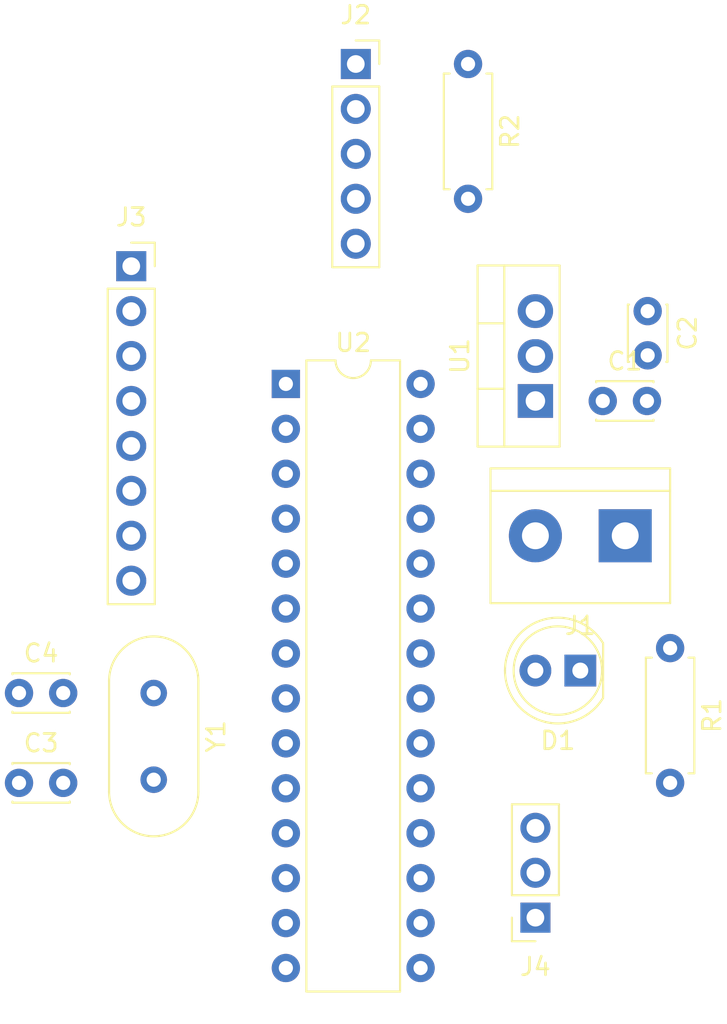
<source format=kicad_pcb>
(kicad_pcb (version 20171130) (host pcbnew 5.1.9+dfsg1-1)

  (general
    (thickness 1.6)
    (drawings 0)
    (tracks 0)
    (zones 0)
    (modules 14)
    (nets 31)
  )

  (page A4)
  (layers
    (0 F.Cu signal)
    (31 B.Cu signal)
    (32 B.Adhes user)
    (33 F.Adhes user)
    (34 B.Paste user)
    (35 F.Paste user)
    (36 B.SilkS user)
    (37 F.SilkS user)
    (38 B.Mask user)
    (39 F.Mask user)
    (40 Dwgs.User user)
    (41 Cmts.User user)
    (42 Eco1.User user)
    (43 Eco2.User user)
    (44 Edge.Cuts user)
    (45 Margin user)
    (46 B.CrtYd user)
    (47 F.CrtYd user)
    (48 B.Fab user)
    (49 F.Fab user)
  )

  (setup
    (last_trace_width 0.25)
    (trace_clearance 0.2)
    (zone_clearance 0.508)
    (zone_45_only no)
    (trace_min 0.2)
    (via_size 0.8)
    (via_drill 0.4)
    (via_min_size 0.4)
    (via_min_drill 0.3)
    (uvia_size 0.3)
    (uvia_drill 0.1)
    (uvias_allowed no)
    (uvia_min_size 0.2)
    (uvia_min_drill 0.1)
    (edge_width 1)
    (segment_width 0.2)
    (pcb_text_width 0.3)
    (pcb_text_size 1.5 1.5)
    (mod_edge_width 0.12)
    (mod_text_size 1 1)
    (mod_text_width 0.15)
    (pad_size 1.524 1.524)
    (pad_drill 0.762)
    (pad_to_mask_clearance 0)
    (aux_axis_origin 0 0)
    (visible_elements FFFFFF7F)
    (pcbplotparams
      (layerselection 0x010fc_ffffffff)
      (usegerberextensions false)
      (usegerberattributes true)
      (usegerberadvancedattributes true)
      (creategerberjobfile true)
      (excludeedgelayer true)
      (linewidth 0.100000)
      (plotframeref false)
      (viasonmask false)
      (mode 1)
      (useauxorigin false)
      (hpglpennumber 1)
      (hpglpenspeed 20)
      (hpglpendiameter 15.000000)
      (psnegative false)
      (psa4output false)
      (plotreference true)
      (plotvalue true)
      (plotinvisibletext false)
      (padsonsilk false)
      (subtractmaskfromsilk false)
      (outputformat 1)
      (mirror false)
      (drillshape 1)
      (scaleselection 1)
      (outputdirectory ""))
  )

  (net 0 "")
  (net 1 "Net-(C1-Pad2)")
  (net 2 "Net-(C1-Pad1)")
  (net 3 +5V)
  (net 4 GND)
  (net 5 "Net-(C3-Pad2)")
  (net 6 "Net-(C4-Pad2)")
  (net 7 "Net-(D1-Pad1)")
  (net 8 "Net-(J2-Pad1)")
  (net 9 "Net-(J2-Pad4)")
  (net 10 "Net-(J2-Pad5)")
  (net 11 Refrigerador)
  (net 12 VentiladorPWM)
  (net 13 Calefactor)
  (net 14 TemperaturaInterior)
  (net 15 TemperaturaExterior)
  (net 16 Humedad)
  (net 17 Luminosidad)
  (net 18 Potenciometro)
  (net 19 "Net-(J4-Pad1)")
  (net 20 "Net-(J4-Pad2)")
  (net 21 "Net-(U2-Pad15)")
  (net 22 "Net-(U2-Pad16)")
  (net 23 "Net-(U2-Pad6)")
  (net 24 "Net-(U2-Pad21)")
  (net 25 "Net-(U2-Pad22)")
  (net 26 "Net-(U2-Pad23)")
  (net 27 "Net-(U2-Pad24)")
  (net 28 "Net-(U2-Pad25)")
  (net 29 "Net-(U2-Pad26)")
  (net 30 "Net-(U2-Pad14)")

  (net_class Default "This is the default net class."
    (clearance 0.2)
    (trace_width 0.25)
    (via_dia 0.8)
    (via_drill 0.4)
    (uvia_dia 0.3)
    (uvia_drill 0.1)
    (add_net +5V)
    (add_net Calefactor)
    (add_net GND)
    (add_net Humedad)
    (add_net Luminosidad)
    (add_net "Net-(C1-Pad1)")
    (add_net "Net-(C1-Pad2)")
    (add_net "Net-(C3-Pad2)")
    (add_net "Net-(C4-Pad2)")
    (add_net "Net-(D1-Pad1)")
    (add_net "Net-(J2-Pad1)")
    (add_net "Net-(J2-Pad4)")
    (add_net "Net-(J2-Pad5)")
    (add_net "Net-(J4-Pad1)")
    (add_net "Net-(J4-Pad2)")
    (add_net "Net-(U2-Pad14)")
    (add_net "Net-(U2-Pad15)")
    (add_net "Net-(U2-Pad16)")
    (add_net "Net-(U2-Pad21)")
    (add_net "Net-(U2-Pad22)")
    (add_net "Net-(U2-Pad23)")
    (add_net "Net-(U2-Pad24)")
    (add_net "Net-(U2-Pad25)")
    (add_net "Net-(U2-Pad26)")
    (add_net "Net-(U2-Pad6)")
    (add_net Potenciometro)
    (add_net Refrigerador)
    (add_net TemperaturaExterior)
    (add_net TemperaturaInterior)
    (add_net VentiladorPWM)
  )

  (net_class Power ""
    (clearance 0.2)
    (trace_width 0.8)
    (via_dia 0.8)
    (via_drill 0.4)
    (uvia_dia 0.3)
    (uvia_drill 0.1)
  )

  (net_class Signal ""
    (clearance 0.2)
    (trace_width 0.6)
    (via_dia 0.8)
    (via_drill 0.4)
    (uvia_dia 0.3)
    (uvia_drill 0.1)
  )

  (module TerminalBlock:TerminalBlock_bornier-2_P5.08mm (layer F.Cu) (tedit 59FF03AB) (tstamp 6181B261)
    (at 95.25 73.66 180)
    (descr "simple 2-pin terminal block, pitch 5.08mm, revamped version of bornier2")
    (tags "terminal block bornier2")
    (path /6182AB35)
    (fp_text reference J1 (at 2.54 -5.08) (layer F.SilkS)
      (effects (font (size 1 1) (thickness 0.15)))
    )
    (fp_text value Conn_01x02 (at 2.54 5.08) (layer F.Fab)
      (effects (font (size 1 1) (thickness 0.15)))
    )
    (fp_line (start 7.79 4) (end -2.71 4) (layer F.CrtYd) (width 0.05))
    (fp_line (start 7.79 4) (end 7.79 -4) (layer F.CrtYd) (width 0.05))
    (fp_line (start -2.71 -4) (end -2.71 4) (layer F.CrtYd) (width 0.05))
    (fp_line (start -2.71 -4) (end 7.79 -4) (layer F.CrtYd) (width 0.05))
    (fp_line (start -2.54 3.81) (end 7.62 3.81) (layer F.SilkS) (width 0.12))
    (fp_line (start -2.54 -3.81) (end -2.54 3.81) (layer F.SilkS) (width 0.12))
    (fp_line (start 7.62 -3.81) (end -2.54 -3.81) (layer F.SilkS) (width 0.12))
    (fp_line (start 7.62 3.81) (end 7.62 -3.81) (layer F.SilkS) (width 0.12))
    (fp_line (start 7.62 2.54) (end -2.54 2.54) (layer F.SilkS) (width 0.12))
    (fp_line (start 7.54 -3.75) (end -2.46 -3.75) (layer F.Fab) (width 0.1))
    (fp_line (start 7.54 3.75) (end 7.54 -3.75) (layer F.Fab) (width 0.1))
    (fp_line (start -2.46 3.75) (end 7.54 3.75) (layer F.Fab) (width 0.1))
    (fp_line (start -2.46 -3.75) (end -2.46 3.75) (layer F.Fab) (width 0.1))
    (fp_line (start -2.41 2.55) (end 7.49 2.55) (layer F.Fab) (width 0.1))
    (fp_text user %R (at 2.54 0) (layer F.Fab)
      (effects (font (size 1 1) (thickness 0.15)))
    )
    (pad 1 thru_hole rect (at 0 0 180) (size 3 3) (drill 1.52) (layers *.Cu *.Mask)
      (net 1 "Net-(C1-Pad2)"))
    (pad 2 thru_hole circle (at 5.08 0 180) (size 3 3) (drill 1.52) (layers *.Cu *.Mask)
      (net 2 "Net-(C1-Pad1)"))
    (model ${KISYS3DMOD}/TerminalBlock.3dshapes/TerminalBlock_bornier-2_P5.08mm.wrl
      (offset (xyz 2.539999961853027 0 0))
      (scale (xyz 1 1 1))
      (rotate (xyz 0 0 0))
    )
  )

  (module Capacitor_THT:C_Disc_D3.0mm_W2.0mm_P2.50mm (layer F.Cu) (tedit 5AE50EF0) (tstamp 6181B23A)
    (at 60.96 82.55)
    (descr "C, Disc series, Radial, pin pitch=2.50mm, , diameter*width=3*2mm^2, Capacitor")
    (tags "C Disc series Radial pin pitch 2.50mm  diameter 3mm width 2mm Capacitor")
    (path /618480F7)
    (fp_text reference C4 (at 1.25 -2.25) (layer F.SilkS)
      (effects (font (size 1 1) (thickness 0.15)))
    )
    (fp_text value C (at 1.25 2.25) (layer F.Fab)
      (effects (font (size 1 1) (thickness 0.15)))
    )
    (fp_text user %R (at -0.04 2.54) (layer F.Fab)
      (effects (font (size 0.6 0.6) (thickness 0.09)))
    )
    (fp_line (start -0.25 -1) (end -0.25 1) (layer F.Fab) (width 0.1))
    (fp_line (start -0.25 1) (end 2.75 1) (layer F.Fab) (width 0.1))
    (fp_line (start 2.75 1) (end 2.75 -1) (layer F.Fab) (width 0.1))
    (fp_line (start 2.75 -1) (end -0.25 -1) (layer F.Fab) (width 0.1))
    (fp_line (start -0.37 -1.12) (end 2.87 -1.12) (layer F.SilkS) (width 0.12))
    (fp_line (start -0.37 1.12) (end 2.87 1.12) (layer F.SilkS) (width 0.12))
    (fp_line (start -0.37 -1.12) (end -0.37 -1.055) (layer F.SilkS) (width 0.12))
    (fp_line (start -0.37 1.055) (end -0.37 1.12) (layer F.SilkS) (width 0.12))
    (fp_line (start 2.87 -1.12) (end 2.87 -1.055) (layer F.SilkS) (width 0.12))
    (fp_line (start 2.87 1.055) (end 2.87 1.12) (layer F.SilkS) (width 0.12))
    (fp_line (start -1.05 -1.25) (end -1.05 1.25) (layer F.CrtYd) (width 0.05))
    (fp_line (start -1.05 1.25) (end 3.55 1.25) (layer F.CrtYd) (width 0.05))
    (fp_line (start 3.55 1.25) (end 3.55 -1.25) (layer F.CrtYd) (width 0.05))
    (fp_line (start 3.55 -1.25) (end -1.05 -1.25) (layer F.CrtYd) (width 0.05))
    (pad 2 thru_hole circle (at 2.5 0) (size 1.6 1.6) (drill 0.8) (layers *.Cu *.Mask)
      (net 6 "Net-(C4-Pad2)"))
    (pad 1 thru_hole circle (at 0 0) (size 1.6 1.6) (drill 0.8) (layers *.Cu *.Mask)
      (net 4 GND))
    (model ${KISYS3DMOD}/Capacitor_THT.3dshapes/C_Disc_D3.0mm_W2.0mm_P2.50mm.wrl
      (at (xyz 0 0 0))
      (scale (xyz 1 1 1))
      (rotate (xyz 0 0 0))
    )
  )

  (module Crystal:Crystal_HC18-U_Vertical (layer F.Cu) (tedit 5A1AD3B7) (tstamp 6181B33C)
    (at 68.58 82.55 270)
    (descr "Crystal THT HC-18/U, http://5hertz.com/pdfs/04404_D.pdf")
    (tags "THT crystalHC-18/U")
    (path /61843ED1)
    (fp_text reference Y1 (at 2.45 -3.525 90) (layer F.SilkS)
      (effects (font (size 1 1) (thickness 0.15)))
    )
    (fp_text value Crystal (at 2.45 3.525 90) (layer F.Fab)
      (effects (font (size 1 1) (thickness 0.15)))
    )
    (fp_line (start 8.4 -2.8) (end -3.5 -2.8) (layer F.CrtYd) (width 0.05))
    (fp_line (start 8.4 2.8) (end 8.4 -2.8) (layer F.CrtYd) (width 0.05))
    (fp_line (start -3.5 2.8) (end 8.4 2.8) (layer F.CrtYd) (width 0.05))
    (fp_line (start -3.5 -2.8) (end -3.5 2.8) (layer F.CrtYd) (width 0.05))
    (fp_line (start -0.675 2.525) (end 5.575 2.525) (layer F.SilkS) (width 0.12))
    (fp_line (start -0.675 -2.525) (end 5.575 -2.525) (layer F.SilkS) (width 0.12))
    (fp_line (start -0.55 2) (end 5.45 2) (layer F.Fab) (width 0.1))
    (fp_line (start -0.55 -2) (end 5.45 -2) (layer F.Fab) (width 0.1))
    (fp_line (start -0.675 2.325) (end 5.575 2.325) (layer F.Fab) (width 0.1))
    (fp_line (start -0.675 -2.325) (end 5.575 -2.325) (layer F.Fab) (width 0.1))
    (fp_text user %R (at 2.45 0 90) (layer F.Fab)
      (effects (font (size 1 1) (thickness 0.15)))
    )
    (fp_arc (start -0.675 0) (end -0.675 -2.325) (angle -180) (layer F.Fab) (width 0.1))
    (fp_arc (start 5.575 0) (end 5.575 -2.325) (angle 180) (layer F.Fab) (width 0.1))
    (fp_arc (start -0.55 0) (end -0.55 -2) (angle -180) (layer F.Fab) (width 0.1))
    (fp_arc (start 5.45 0) (end 5.45 -2) (angle 180) (layer F.Fab) (width 0.1))
    (fp_arc (start -0.675 0) (end -0.675 -2.525) (angle -180) (layer F.SilkS) (width 0.12))
    (fp_arc (start 5.575 0) (end 5.575 -2.525) (angle 180) (layer F.SilkS) (width 0.12))
    (pad 1 thru_hole circle (at 0 0 270) (size 1.5 1.5) (drill 0.8) (layers *.Cu *.Mask)
      (net 6 "Net-(C4-Pad2)"))
    (pad 2 thru_hole circle (at 4.9 0 270) (size 1.5 1.5) (drill 0.8) (layers *.Cu *.Mask)
      (net 5 "Net-(C3-Pad2)"))
    (model ${KISYS3DMOD}/Crystal.3dshapes/Crystal_HC18-U_Vertical.wrl
      (at (xyz 0 0 0))
      (scale (xyz 1 1 1))
      (rotate (xyz 0 0 0))
    )
  )

  (module Capacitor_THT:C_Disc_D3.0mm_W2.0mm_P2.50mm (layer F.Cu) (tedit 5AE50EF0) (tstamp 6181B1FB)
    (at 93.98 66.04)
    (descr "C, Disc series, Radial, pin pitch=2.50mm, , diameter*width=3*2mm^2, Capacitor")
    (tags "C Disc series Radial pin pitch 2.50mm  diameter 3mm width 2mm Capacitor")
    (path /6181A78B)
    (fp_text reference C1 (at 1.25 -2.25) (layer F.SilkS)
      (effects (font (size 1 1) (thickness 0.15)))
    )
    (fp_text value "0.33 uF" (at 1.25 2.25) (layer F.Fab)
      (effects (font (size 1 1) (thickness 0.15)))
    )
    (fp_text user %R (at 1.25 0 270) (layer F.Fab)
      (effects (font (size 0.6 0.6) (thickness 0.09)))
    )
    (fp_line (start -0.25 -1) (end -0.25 1) (layer F.Fab) (width 0.1))
    (fp_line (start -0.25 1) (end 2.75 1) (layer F.Fab) (width 0.1))
    (fp_line (start 2.75 1) (end 2.75 -1) (layer F.Fab) (width 0.1))
    (fp_line (start 2.75 -1) (end -0.25 -1) (layer F.Fab) (width 0.1))
    (fp_line (start -0.37 -1.12) (end 2.87 -1.12) (layer F.SilkS) (width 0.12))
    (fp_line (start -0.37 1.12) (end 2.87 1.12) (layer F.SilkS) (width 0.12))
    (fp_line (start -0.37 -1.12) (end -0.37 -1.055) (layer F.SilkS) (width 0.12))
    (fp_line (start -0.37 1.055) (end -0.37 1.12) (layer F.SilkS) (width 0.12))
    (fp_line (start 2.87 -1.12) (end 2.87 -1.055) (layer F.SilkS) (width 0.12))
    (fp_line (start 2.87 1.055) (end 2.87 1.12) (layer F.SilkS) (width 0.12))
    (fp_line (start -1.05 -1.25) (end -1.05 1.25) (layer F.CrtYd) (width 0.05))
    (fp_line (start -1.05 1.25) (end 3.55 1.25) (layer F.CrtYd) (width 0.05))
    (fp_line (start 3.55 1.25) (end 3.55 -1.25) (layer F.CrtYd) (width 0.05))
    (fp_line (start 3.55 -1.25) (end -1.05 -1.25) (layer F.CrtYd) (width 0.05))
    (pad 2 thru_hole circle (at 2.5 0) (size 1.6 1.6) (drill 0.8) (layers *.Cu *.Mask)
      (net 1 "Net-(C1-Pad2)"))
    (pad 1 thru_hole circle (at 0 0) (size 1.6 1.6) (drill 0.8) (layers *.Cu *.Mask)
      (net 2 "Net-(C1-Pad1)"))
    (model ${KISYS3DMOD}/Capacitor_THT.3dshapes/C_Disc_D3.0mm_W2.0mm_P2.50mm.wrl
      (at (xyz 0 0 0))
      (scale (xyz 1 1 1))
      (rotate (xyz 0 0 0))
    )
  )

  (module Package_TO_SOT_THT:TO-220-3_Vertical (layer F.Cu) (tedit 5AC8BA0D) (tstamp 6181B2F5)
    (at 90.17 66.04 90)
    (descr "TO-220-3, Vertical, RM 2.54mm, see https://www.vishay.com/docs/66542/to-220-1.pdf")
    (tags "TO-220-3 Vertical RM 2.54mm")
    (path /61816EC8)
    (fp_text reference U1 (at 2.54 -4.27 90) (layer F.SilkS)
      (effects (font (size 1 1) (thickness 0.15)))
    )
    (fp_text value LM7805_TO220 (at 2.54 2.5 90) (layer F.Fab)
      (effects (font (size 1 1) (thickness 0.15)))
    )
    (fp_line (start 7.79 -3.4) (end -2.71 -3.4) (layer F.CrtYd) (width 0.05))
    (fp_line (start 7.79 1.51) (end 7.79 -3.4) (layer F.CrtYd) (width 0.05))
    (fp_line (start -2.71 1.51) (end 7.79 1.51) (layer F.CrtYd) (width 0.05))
    (fp_line (start -2.71 -3.4) (end -2.71 1.51) (layer F.CrtYd) (width 0.05))
    (fp_line (start 4.391 -3.27) (end 4.391 -1.76) (layer F.SilkS) (width 0.12))
    (fp_line (start 0.69 -3.27) (end 0.69 -1.76) (layer F.SilkS) (width 0.12))
    (fp_line (start -2.58 -1.76) (end 7.66 -1.76) (layer F.SilkS) (width 0.12))
    (fp_line (start 7.66 -3.27) (end 7.66 1.371) (layer F.SilkS) (width 0.12))
    (fp_line (start -2.58 -3.27) (end -2.58 1.371) (layer F.SilkS) (width 0.12))
    (fp_line (start -2.58 1.371) (end 7.66 1.371) (layer F.SilkS) (width 0.12))
    (fp_line (start -2.58 -3.27) (end 7.66 -3.27) (layer F.SilkS) (width 0.12))
    (fp_line (start 4.39 -3.15) (end 4.39 -1.88) (layer F.Fab) (width 0.1))
    (fp_line (start 0.69 -3.15) (end 0.69 -1.88) (layer F.Fab) (width 0.1))
    (fp_line (start -2.46 -1.88) (end 7.54 -1.88) (layer F.Fab) (width 0.1))
    (fp_line (start 7.54 -3.15) (end -2.46 -3.15) (layer F.Fab) (width 0.1))
    (fp_line (start 7.54 1.25) (end 7.54 -3.15) (layer F.Fab) (width 0.1))
    (fp_line (start -2.46 1.25) (end 7.54 1.25) (layer F.Fab) (width 0.1))
    (fp_line (start -2.46 -3.15) (end -2.46 1.25) (layer F.Fab) (width 0.1))
    (fp_text user %R (at 2.54 -4.27 90) (layer F.Fab)
      (effects (font (size 1 1) (thickness 0.15)))
    )
    (pad 1 thru_hole rect (at 0 0 90) (size 1.905 2) (drill 1.1) (layers *.Cu *.Mask)
      (net 2 "Net-(C1-Pad1)"))
    (pad 2 thru_hole oval (at 2.54 0 90) (size 1.905 2) (drill 1.1) (layers *.Cu *.Mask)
      (net 1 "Net-(C1-Pad2)"))
    (pad 3 thru_hole oval (at 5.08 0 90) (size 1.905 2) (drill 1.1) (layers *.Cu *.Mask)
      (net 3 +5V))
    (model ${KISYS3DMOD}/Package_TO_SOT_THT.3dshapes/TO-220-3_Vertical.wrl
      (at (xyz 0 0 0))
      (scale (xyz 1 1 1))
      (rotate (xyz 0 0 0))
    )
  )

  (module Package_DIP:DIP-28_W7.62mm (layer F.Cu) (tedit 5A02E8C5) (tstamp 6181B325)
    (at 76.055001 65.075001)
    (descr "28-lead though-hole mounted DIP package, row spacing 7.62 mm (300 mils)")
    (tags "THT DIP DIL PDIP 2.54mm 7.62mm 300mil")
    (path /618165A4)
    (fp_text reference U2 (at 3.81 -2.33) (layer F.SilkS)
      (effects (font (size 1 1) (thickness 0.15)))
    )
    (fp_text value PIC16F886-IP (at 3.81 35.35) (layer F.Fab)
      (effects (font (size 1 1) (thickness 0.15)))
    )
    (fp_line (start 8.7 -1.55) (end -1.1 -1.55) (layer F.CrtYd) (width 0.05))
    (fp_line (start 8.7 34.55) (end 8.7 -1.55) (layer F.CrtYd) (width 0.05))
    (fp_line (start -1.1 34.55) (end 8.7 34.55) (layer F.CrtYd) (width 0.05))
    (fp_line (start -1.1 -1.55) (end -1.1 34.55) (layer F.CrtYd) (width 0.05))
    (fp_line (start 6.46 -1.33) (end 4.81 -1.33) (layer F.SilkS) (width 0.12))
    (fp_line (start 6.46 34.35) (end 6.46 -1.33) (layer F.SilkS) (width 0.12))
    (fp_line (start 1.16 34.35) (end 6.46 34.35) (layer F.SilkS) (width 0.12))
    (fp_line (start 1.16 -1.33) (end 1.16 34.35) (layer F.SilkS) (width 0.12))
    (fp_line (start 2.81 -1.33) (end 1.16 -1.33) (layer F.SilkS) (width 0.12))
    (fp_line (start 0.635 -0.27) (end 1.635 -1.27) (layer F.Fab) (width 0.1))
    (fp_line (start 0.635 34.29) (end 0.635 -0.27) (layer F.Fab) (width 0.1))
    (fp_line (start 6.985 34.29) (end 0.635 34.29) (layer F.Fab) (width 0.1))
    (fp_line (start 6.985 -1.27) (end 6.985 34.29) (layer F.Fab) (width 0.1))
    (fp_line (start 1.635 -1.27) (end 6.985 -1.27) (layer F.Fab) (width 0.1))
    (fp_arc (start 3.81 -1.33) (end 2.81 -1.33) (angle -180) (layer F.SilkS) (width 0.12))
    (fp_text user %R (at 3.81 16.51) (layer F.Fab)
      (effects (font (size 1 1) (thickness 0.15)))
    )
    (pad 1 thru_hole rect (at 0 0) (size 1.6 1.6) (drill 0.8) (layers *.Cu *.Mask)
      (net 8 "Net-(J2-Pad1)"))
    (pad 15 thru_hole oval (at 7.62 33.02) (size 1.6 1.6) (drill 0.8) (layers *.Cu *.Mask)
      (net 21 "Net-(U2-Pad15)"))
    (pad 2 thru_hole oval (at 0 2.54) (size 1.6 1.6) (drill 0.8) (layers *.Cu *.Mask)
      (net 14 TemperaturaInterior))
    (pad 16 thru_hole oval (at 7.62 30.48) (size 1.6 1.6) (drill 0.8) (layers *.Cu *.Mask)
      (net 22 "Net-(U2-Pad16)"))
    (pad 3 thru_hole oval (at 0 5.08) (size 1.6 1.6) (drill 0.8) (layers *.Cu *.Mask)
      (net 15 TemperaturaExterior))
    (pad 17 thru_hole oval (at 7.62 27.94) (size 1.6 1.6) (drill 0.8) (layers *.Cu *.Mask)
      (net 20 "Net-(J4-Pad2)"))
    (pad 4 thru_hole oval (at 0 7.62) (size 1.6 1.6) (drill 0.8) (layers *.Cu *.Mask)
      (net 16 Humedad))
    (pad 18 thru_hole oval (at 7.62 25.4) (size 1.6 1.6) (drill 0.8) (layers *.Cu *.Mask)
      (net 19 "Net-(J4-Pad1)"))
    (pad 5 thru_hole oval (at 0 10.16) (size 1.6 1.6) (drill 0.8) (layers *.Cu *.Mask)
      (net 17 Luminosidad))
    (pad 19 thru_hole oval (at 7.62 22.86) (size 1.6 1.6) (drill 0.8) (layers *.Cu *.Mask)
      (net 4 GND))
    (pad 6 thru_hole oval (at 0 12.7) (size 1.6 1.6) (drill 0.8) (layers *.Cu *.Mask)
      (net 23 "Net-(U2-Pad6)"))
    (pad 20 thru_hole oval (at 7.62 20.32) (size 1.6 1.6) (drill 0.8) (layers *.Cu *.Mask)
      (net 3 +5V))
    (pad 7 thru_hole oval (at 0 15.24) (size 1.6 1.6) (drill 0.8) (layers *.Cu *.Mask)
      (net 18 Potenciometro))
    (pad 21 thru_hole oval (at 7.62 17.78) (size 1.6 1.6) (drill 0.8) (layers *.Cu *.Mask)
      (net 24 "Net-(U2-Pad21)"))
    (pad 8 thru_hole oval (at 0 17.78) (size 1.6 1.6) (drill 0.8) (layers *.Cu *.Mask)
      (net 4 GND))
    (pad 22 thru_hole oval (at 7.62 15.24) (size 1.6 1.6) (drill 0.8) (layers *.Cu *.Mask)
      (net 25 "Net-(U2-Pad22)"))
    (pad 9 thru_hole oval (at 0 20.32) (size 1.6 1.6) (drill 0.8) (layers *.Cu *.Mask)
      (net 6 "Net-(C4-Pad2)"))
    (pad 23 thru_hole oval (at 7.62 12.7) (size 1.6 1.6) (drill 0.8) (layers *.Cu *.Mask)
      (net 26 "Net-(U2-Pad23)"))
    (pad 10 thru_hole oval (at 0 22.86) (size 1.6 1.6) (drill 0.8) (layers *.Cu *.Mask)
      (net 5 "Net-(C3-Pad2)"))
    (pad 24 thru_hole oval (at 7.62 10.16) (size 1.6 1.6) (drill 0.8) (layers *.Cu *.Mask)
      (net 27 "Net-(U2-Pad24)"))
    (pad 11 thru_hole oval (at 0 25.4) (size 1.6 1.6) (drill 0.8) (layers *.Cu *.Mask)
      (net 11 Refrigerador))
    (pad 25 thru_hole oval (at 7.62 7.62) (size 1.6 1.6) (drill 0.8) (layers *.Cu *.Mask)
      (net 28 "Net-(U2-Pad25)"))
    (pad 12 thru_hole oval (at 0 27.94) (size 1.6 1.6) (drill 0.8) (layers *.Cu *.Mask)
      (net 13 Calefactor))
    (pad 26 thru_hole oval (at 7.62 5.08) (size 1.6 1.6) (drill 0.8) (layers *.Cu *.Mask)
      (net 29 "Net-(U2-Pad26)"))
    (pad 13 thru_hole oval (at 0 30.48) (size 1.6 1.6) (drill 0.8) (layers *.Cu *.Mask)
      (net 12 VentiladorPWM))
    (pad 27 thru_hole oval (at 7.62 2.54) (size 1.6 1.6) (drill 0.8) (layers *.Cu *.Mask)
      (net 10 "Net-(J2-Pad5)"))
    (pad 14 thru_hole oval (at 0 33.02) (size 1.6 1.6) (drill 0.8) (layers *.Cu *.Mask)
      (net 30 "Net-(U2-Pad14)"))
    (pad 28 thru_hole oval (at 7.62 0) (size 1.6 1.6) (drill 0.8) (layers *.Cu *.Mask)
      (net 9 "Net-(J2-Pad4)"))
    (model ${KISYS3DMOD}/Package_DIP.3dshapes/DIP-28_W7.62mm.wrl
      (at (xyz 0 0 0))
      (scale (xyz 1 1 1))
      (rotate (xyz 0 0 0))
    )
  )

  (module Connector_PinSocket_2.54mm:PinSocket_1x03_P2.54mm_Vertical (layer F.Cu) (tedit 5A19A429) (tstamp 6181B2AD)
    (at 90.17 95.25 180)
    (descr "Through hole straight socket strip, 1x03, 2.54mm pitch, single row (from Kicad 4.0.7), script generated")
    (tags "Through hole socket strip THT 1x03 2.54mm single row")
    (path /618A1CE8)
    (fp_text reference J4 (at 0 -2.77) (layer F.SilkS)
      (effects (font (size 1 1) (thickness 0.15)))
    )
    (fp_text value Conn_01x03 (at 0 7.85) (layer F.Fab)
      (effects (font (size 1 1) (thickness 0.15)))
    )
    (fp_line (start -1.8 6.85) (end -1.8 -1.8) (layer F.CrtYd) (width 0.05))
    (fp_line (start 1.75 6.85) (end -1.8 6.85) (layer F.CrtYd) (width 0.05))
    (fp_line (start 1.75 -1.8) (end 1.75 6.85) (layer F.CrtYd) (width 0.05))
    (fp_line (start -1.8 -1.8) (end 1.75 -1.8) (layer F.CrtYd) (width 0.05))
    (fp_line (start 0 -1.33) (end 1.33 -1.33) (layer F.SilkS) (width 0.12))
    (fp_line (start 1.33 -1.33) (end 1.33 0) (layer F.SilkS) (width 0.12))
    (fp_line (start 1.33 1.27) (end 1.33 6.41) (layer F.SilkS) (width 0.12))
    (fp_line (start -1.33 6.41) (end 1.33 6.41) (layer F.SilkS) (width 0.12))
    (fp_line (start -1.33 1.27) (end -1.33 6.41) (layer F.SilkS) (width 0.12))
    (fp_line (start -1.33 1.27) (end 1.33 1.27) (layer F.SilkS) (width 0.12))
    (fp_line (start -1.27 6.35) (end -1.27 -1.27) (layer F.Fab) (width 0.1))
    (fp_line (start 1.27 6.35) (end -1.27 6.35) (layer F.Fab) (width 0.1))
    (fp_line (start 1.27 -0.635) (end 1.27 6.35) (layer F.Fab) (width 0.1))
    (fp_line (start 0.635 -1.27) (end 1.27 -0.635) (layer F.Fab) (width 0.1))
    (fp_line (start -1.27 -1.27) (end 0.635 -1.27) (layer F.Fab) (width 0.1))
    (fp_text user %R (at 0 2.54 90) (layer F.Fab)
      (effects (font (size 1 1) (thickness 0.15)))
    )
    (pad 1 thru_hole rect (at 0 0 180) (size 1.7 1.7) (drill 1) (layers *.Cu *.Mask)
      (net 19 "Net-(J4-Pad1)"))
    (pad 2 thru_hole oval (at 0 2.54 180) (size 1.7 1.7) (drill 1) (layers *.Cu *.Mask)
      (net 20 "Net-(J4-Pad2)"))
    (pad 3 thru_hole oval (at 0 5.08 180) (size 1.7 1.7) (drill 1) (layers *.Cu *.Mask)
      (net 4 GND))
    (model ${KISYS3DMOD}/Connector_PinSocket_2.54mm.3dshapes/PinSocket_1x03_P2.54mm_Vertical.wrl
      (at (xyz 0 0 0))
      (scale (xyz 1 1 1))
      (rotate (xyz 0 0 0))
    )
  )

  (module Resistor_THT:R_Axial_DIN0207_L6.3mm_D2.5mm_P7.62mm_Horizontal (layer F.Cu) (tedit 5AE5139B) (tstamp 6181B2C4)
    (at 97.79 80.01 270)
    (descr "Resistor, Axial_DIN0207 series, Axial, Horizontal, pin pitch=7.62mm, 0.25W = 1/4W, length*diameter=6.3*2.5mm^2, http://cdn-reichelt.de/documents/datenblatt/B400/1_4W%23YAG.pdf")
    (tags "Resistor Axial_DIN0207 series Axial Horizontal pin pitch 7.62mm 0.25W = 1/4W length 6.3mm diameter 2.5mm")
    (path /6182FFBD)
    (fp_text reference R1 (at 3.81 -2.37 90) (layer F.SilkS)
      (effects (font (size 1 1) (thickness 0.15)))
    )
    (fp_text value 1K (at 3.81 2.37 90) (layer F.Fab)
      (effects (font (size 1 1) (thickness 0.15)))
    )
    (fp_line (start 8.67 -1.5) (end -1.05 -1.5) (layer F.CrtYd) (width 0.05))
    (fp_line (start 8.67 1.5) (end 8.67 -1.5) (layer F.CrtYd) (width 0.05))
    (fp_line (start -1.05 1.5) (end 8.67 1.5) (layer F.CrtYd) (width 0.05))
    (fp_line (start -1.05 -1.5) (end -1.05 1.5) (layer F.CrtYd) (width 0.05))
    (fp_line (start 7.08 1.37) (end 7.08 1.04) (layer F.SilkS) (width 0.12))
    (fp_line (start 0.54 1.37) (end 7.08 1.37) (layer F.SilkS) (width 0.12))
    (fp_line (start 0.54 1.04) (end 0.54 1.37) (layer F.SilkS) (width 0.12))
    (fp_line (start 7.08 -1.37) (end 7.08 -1.04) (layer F.SilkS) (width 0.12))
    (fp_line (start 0.54 -1.37) (end 7.08 -1.37) (layer F.SilkS) (width 0.12))
    (fp_line (start 0.54 -1.04) (end 0.54 -1.37) (layer F.SilkS) (width 0.12))
    (fp_line (start 7.62 0) (end 6.96 0) (layer F.Fab) (width 0.1))
    (fp_line (start 0 0) (end 0.66 0) (layer F.Fab) (width 0.1))
    (fp_line (start 6.96 -1.25) (end 0.66 -1.25) (layer F.Fab) (width 0.1))
    (fp_line (start 6.96 1.25) (end 6.96 -1.25) (layer F.Fab) (width 0.1))
    (fp_line (start 0.66 1.25) (end 6.96 1.25) (layer F.Fab) (width 0.1))
    (fp_line (start 0.66 -1.25) (end 0.66 1.25) (layer F.Fab) (width 0.1))
    (fp_text user %R (at 3.81 0 90) (layer F.Fab)
      (effects (font (size 1 1) (thickness 0.15)))
    )
    (pad 1 thru_hole circle (at 0 0 270) (size 1.6 1.6) (drill 0.8) (layers *.Cu *.Mask)
      (net 7 "Net-(D1-Pad1)"))
    (pad 2 thru_hole oval (at 7.62 0 270) (size 1.6 1.6) (drill 0.8) (layers *.Cu *.Mask)
      (net 4 GND))
    (model ${KISYS3DMOD}/Resistor_THT.3dshapes/R_Axial_DIN0207_L6.3mm_D2.5mm_P7.62mm_Horizontal.wrl
      (at (xyz 0 0 0))
      (scale (xyz 1 1 1))
      (rotate (xyz 0 0 0))
    )
  )

  (module Capacitor_THT:C_Disc_D3.0mm_W2.0mm_P2.50mm (layer F.Cu) (tedit 5AE50EF0) (tstamp 6181B225)
    (at 60.96 87.63)
    (descr "C, Disc series, Radial, pin pitch=2.50mm, , diameter*width=3*2mm^2, Capacitor")
    (tags "C Disc series Radial pin pitch 2.50mm  diameter 3mm width 2mm Capacitor")
    (path /618471A5)
    (fp_text reference C3 (at 1.25 -2.25) (layer F.SilkS)
      (effects (font (size 1 1) (thickness 0.15)))
    )
    (fp_text value C (at 1.25 2.25) (layer F.Fab)
      (effects (font (size 1 1) (thickness 0.15)))
    )
    (fp_line (start 3.55 -1.25) (end -1.05 -1.25) (layer F.CrtYd) (width 0.05))
    (fp_line (start 3.55 1.25) (end 3.55 -1.25) (layer F.CrtYd) (width 0.05))
    (fp_line (start -1.05 1.25) (end 3.55 1.25) (layer F.CrtYd) (width 0.05))
    (fp_line (start -1.05 -1.25) (end -1.05 1.25) (layer F.CrtYd) (width 0.05))
    (fp_line (start 2.87 1.055) (end 2.87 1.12) (layer F.SilkS) (width 0.12))
    (fp_line (start 2.87 -1.12) (end 2.87 -1.055) (layer F.SilkS) (width 0.12))
    (fp_line (start -0.37 1.055) (end -0.37 1.12) (layer F.SilkS) (width 0.12))
    (fp_line (start -0.37 -1.12) (end -0.37 -1.055) (layer F.SilkS) (width 0.12))
    (fp_line (start -0.37 1.12) (end 2.87 1.12) (layer F.SilkS) (width 0.12))
    (fp_line (start -0.37 -1.12) (end 2.87 -1.12) (layer F.SilkS) (width 0.12))
    (fp_line (start 2.75 -1) (end -0.25 -1) (layer F.Fab) (width 0.1))
    (fp_line (start 2.75 1) (end 2.75 -1) (layer F.Fab) (width 0.1))
    (fp_line (start -0.25 1) (end 2.75 1) (layer F.Fab) (width 0.1))
    (fp_line (start -0.25 -1) (end -0.25 1) (layer F.Fab) (width 0.1))
    (fp_text user %R (at 1.25 0) (layer F.Fab)
      (effects (font (size 0.6 0.6) (thickness 0.09)))
    )
    (pad 1 thru_hole circle (at 0 0) (size 1.6 1.6) (drill 0.8) (layers *.Cu *.Mask)
      (net 4 GND))
    (pad 2 thru_hole circle (at 2.5 0) (size 1.6 1.6) (drill 0.8) (layers *.Cu *.Mask)
      (net 5 "Net-(C3-Pad2)"))
    (model ${KISYS3DMOD}/Capacitor_THT.3dshapes/C_Disc_D3.0mm_W2.0mm_P2.50mm.wrl
      (at (xyz 0 0 0))
      (scale (xyz 1 1 1))
      (rotate (xyz 0 0 0))
    )
  )

  (module Capacitor_THT:C_Disc_D3.0mm_W2.0mm_P2.50mm (layer F.Cu) (tedit 5AE50EF0) (tstamp 6181B210)
    (at 96.52 60.96 270)
    (descr "C, Disc series, Radial, pin pitch=2.50mm, , diameter*width=3*2mm^2, Capacitor")
    (tags "C Disc series Radial pin pitch 2.50mm  diameter 3mm width 2mm Capacitor")
    (path /6181982E)
    (fp_text reference C2 (at 1.25 -2.25 90) (layer F.SilkS)
      (effects (font (size 1 1) (thickness 0.15)))
    )
    (fp_text value "0.1 uF" (at 1.25 2.25 90) (layer F.Fab)
      (effects (font (size 1 1) (thickness 0.15)))
    )
    (fp_line (start 3.55 -1.25) (end -1.05 -1.25) (layer F.CrtYd) (width 0.05))
    (fp_line (start 3.55 1.25) (end 3.55 -1.25) (layer F.CrtYd) (width 0.05))
    (fp_line (start -1.05 1.25) (end 3.55 1.25) (layer F.CrtYd) (width 0.05))
    (fp_line (start -1.05 -1.25) (end -1.05 1.25) (layer F.CrtYd) (width 0.05))
    (fp_line (start 2.87 1.055) (end 2.87 1.12) (layer F.SilkS) (width 0.12))
    (fp_line (start 2.87 -1.12) (end 2.87 -1.055) (layer F.SilkS) (width 0.12))
    (fp_line (start -0.37 1.055) (end -0.37 1.12) (layer F.SilkS) (width 0.12))
    (fp_line (start -0.37 -1.12) (end -0.37 -1.055) (layer F.SilkS) (width 0.12))
    (fp_line (start -0.37 1.12) (end 2.87 1.12) (layer F.SilkS) (width 0.12))
    (fp_line (start -0.37 -1.12) (end 2.87 -1.12) (layer F.SilkS) (width 0.12))
    (fp_line (start 2.75 -1) (end -0.25 -1) (layer F.Fab) (width 0.1))
    (fp_line (start 2.75 1) (end 2.75 -1) (layer F.Fab) (width 0.1))
    (fp_line (start -0.25 1) (end 2.75 1) (layer F.Fab) (width 0.1))
    (fp_line (start -0.25 -1) (end -0.25 1) (layer F.Fab) (width 0.1))
    (fp_text user %R (at 1.25 0 90) (layer F.Fab)
      (effects (font (size 0.6 0.6) (thickness 0.09)))
    )
    (pad 1 thru_hole circle (at 0 0 270) (size 1.6 1.6) (drill 0.8) (layers *.Cu *.Mask)
      (net 3 +5V))
    (pad 2 thru_hole circle (at 2.5 0 270) (size 1.6 1.6) (drill 0.8) (layers *.Cu *.Mask)
      (net 1 "Net-(C1-Pad2)"))
    (model ${KISYS3DMOD}/Capacitor_THT.3dshapes/C_Disc_D3.0mm_W2.0mm_P2.50mm.wrl
      (at (xyz 0 0 0))
      (scale (xyz 1 1 1))
      (rotate (xyz 0 0 0))
    )
  )

  (module Resistor_THT:R_Axial_DIN0207_L6.3mm_D2.5mm_P7.62mm_Horizontal (layer F.Cu) (tedit 5AE5139B) (tstamp 6181B2DB)
    (at 86.36 46.99 270)
    (descr "Resistor, Axial_DIN0207 series, Axial, Horizontal, pin pitch=7.62mm, 0.25W = 1/4W, length*diameter=6.3*2.5mm^2, http://cdn-reichelt.de/documents/datenblatt/B400/1_4W%23YAG.pdf")
    (tags "Resistor Axial_DIN0207 series Axial Horizontal pin pitch 7.62mm 0.25W = 1/4W length 6.3mm diameter 2.5mm")
    (path /61851F50)
    (fp_text reference R2 (at 3.81 -2.37 90) (layer F.SilkS)
      (effects (font (size 1 1) (thickness 0.15)))
    )
    (fp_text value 5K (at 3.81 2.37 90) (layer F.Fab)
      (effects (font (size 1 1) (thickness 0.15)))
    )
    (fp_text user %R (at 3.81 0 90) (layer F.Fab)
      (effects (font (size 1 1) (thickness 0.15)))
    )
    (fp_line (start 0.66 -1.25) (end 0.66 1.25) (layer F.Fab) (width 0.1))
    (fp_line (start 0.66 1.25) (end 6.96 1.25) (layer F.Fab) (width 0.1))
    (fp_line (start 6.96 1.25) (end 6.96 -1.25) (layer F.Fab) (width 0.1))
    (fp_line (start 6.96 -1.25) (end 0.66 -1.25) (layer F.Fab) (width 0.1))
    (fp_line (start 0 0) (end 0.66 0) (layer F.Fab) (width 0.1))
    (fp_line (start 7.62 0) (end 6.96 0) (layer F.Fab) (width 0.1))
    (fp_line (start 0.54 -1.04) (end 0.54 -1.37) (layer F.SilkS) (width 0.12))
    (fp_line (start 0.54 -1.37) (end 7.08 -1.37) (layer F.SilkS) (width 0.12))
    (fp_line (start 7.08 -1.37) (end 7.08 -1.04) (layer F.SilkS) (width 0.12))
    (fp_line (start 0.54 1.04) (end 0.54 1.37) (layer F.SilkS) (width 0.12))
    (fp_line (start 0.54 1.37) (end 7.08 1.37) (layer F.SilkS) (width 0.12))
    (fp_line (start 7.08 1.37) (end 7.08 1.04) (layer F.SilkS) (width 0.12))
    (fp_line (start -1.05 -1.5) (end -1.05 1.5) (layer F.CrtYd) (width 0.05))
    (fp_line (start -1.05 1.5) (end 8.67 1.5) (layer F.CrtYd) (width 0.05))
    (fp_line (start 8.67 1.5) (end 8.67 -1.5) (layer F.CrtYd) (width 0.05))
    (fp_line (start 8.67 -1.5) (end -1.05 -1.5) (layer F.CrtYd) (width 0.05))
    (pad 2 thru_hole oval (at 7.62 0 270) (size 1.6 1.6) (drill 0.8) (layers *.Cu *.Mask)
      (net 3 +5V))
    (pad 1 thru_hole circle (at 0 0 270) (size 1.6 1.6) (drill 0.8) (layers *.Cu *.Mask)
      (net 8 "Net-(J2-Pad1)"))
    (model ${KISYS3DMOD}/Resistor_THT.3dshapes/R_Axial_DIN0207_L6.3mm_D2.5mm_P7.62mm_Horizontal.wrl
      (at (xyz 0 0 0))
      (scale (xyz 1 1 1))
      (rotate (xyz 0 0 0))
    )
  )

  (module Connector_PinSocket_2.54mm:PinSocket_1x08_P2.54mm_Vertical (layer F.Cu) (tedit 5A19A420) (tstamp 6181B296)
    (at 67.31 58.42)
    (descr "Through hole straight socket strip, 1x08, 2.54mm pitch, single row (from Kicad 4.0.7), script generated")
    (tags "Through hole socket strip THT 1x08 2.54mm single row")
    (path /6189088B)
    (fp_text reference J3 (at 0 -2.77) (layer F.SilkS)
      (effects (font (size 1 1) (thickness 0.15)))
    )
    (fp_text value Conn_01x08 (at 0 20.55) (layer F.Fab)
      (effects (font (size 1 1) (thickness 0.15)))
    )
    (fp_line (start -1.8 19.55) (end -1.8 -1.8) (layer F.CrtYd) (width 0.05))
    (fp_line (start 1.75 19.55) (end -1.8 19.55) (layer F.CrtYd) (width 0.05))
    (fp_line (start 1.75 -1.8) (end 1.75 19.55) (layer F.CrtYd) (width 0.05))
    (fp_line (start -1.8 -1.8) (end 1.75 -1.8) (layer F.CrtYd) (width 0.05))
    (fp_line (start 0 -1.33) (end 1.33 -1.33) (layer F.SilkS) (width 0.12))
    (fp_line (start 1.33 -1.33) (end 1.33 0) (layer F.SilkS) (width 0.12))
    (fp_line (start 1.33 1.27) (end 1.33 19.11) (layer F.SilkS) (width 0.12))
    (fp_line (start -1.33 19.11) (end 1.33 19.11) (layer F.SilkS) (width 0.12))
    (fp_line (start -1.33 1.27) (end -1.33 19.11) (layer F.SilkS) (width 0.12))
    (fp_line (start -1.33 1.27) (end 1.33 1.27) (layer F.SilkS) (width 0.12))
    (fp_line (start -1.27 19.05) (end -1.27 -1.27) (layer F.Fab) (width 0.1))
    (fp_line (start 1.27 19.05) (end -1.27 19.05) (layer F.Fab) (width 0.1))
    (fp_line (start 1.27 -0.635) (end 1.27 19.05) (layer F.Fab) (width 0.1))
    (fp_line (start 0.635 -1.27) (end 1.27 -0.635) (layer F.Fab) (width 0.1))
    (fp_line (start -1.27 -1.27) (end 0.635 -1.27) (layer F.Fab) (width 0.1))
    (fp_text user %R (at 0 8.89 90) (layer F.Fab)
      (effects (font (size 1 1) (thickness 0.15)))
    )
    (pad 1 thru_hole rect (at 0 0) (size 1.7 1.7) (drill 1) (layers *.Cu *.Mask)
      (net 11 Refrigerador))
    (pad 2 thru_hole oval (at 0 2.54) (size 1.7 1.7) (drill 1) (layers *.Cu *.Mask)
      (net 12 VentiladorPWM))
    (pad 3 thru_hole oval (at 0 5.08) (size 1.7 1.7) (drill 1) (layers *.Cu *.Mask)
      (net 13 Calefactor))
    (pad 4 thru_hole oval (at 0 7.62) (size 1.7 1.7) (drill 1) (layers *.Cu *.Mask)
      (net 14 TemperaturaInterior))
    (pad 5 thru_hole oval (at 0 10.16) (size 1.7 1.7) (drill 1) (layers *.Cu *.Mask)
      (net 15 TemperaturaExterior))
    (pad 6 thru_hole oval (at 0 12.7) (size 1.7 1.7) (drill 1) (layers *.Cu *.Mask)
      (net 16 Humedad))
    (pad 7 thru_hole oval (at 0 15.24) (size 1.7 1.7) (drill 1) (layers *.Cu *.Mask)
      (net 17 Luminosidad))
    (pad 8 thru_hole oval (at 0 17.78) (size 1.7 1.7) (drill 1) (layers *.Cu *.Mask)
      (net 18 Potenciometro))
    (model ${KISYS3DMOD}/Connector_PinSocket_2.54mm.3dshapes/PinSocket_1x08_P2.54mm_Vertical.wrl
      (at (xyz 0 0 0))
      (scale (xyz 1 1 1))
      (rotate (xyz 0 0 0))
    )
  )

  (module Connector_PinSocket_2.54mm:PinSocket_1x05_P2.54mm_Vertical (layer F.Cu) (tedit 5A19A420) (tstamp 6181B27A)
    (at 80.01 46.99)
    (descr "Through hole straight socket strip, 1x05, 2.54mm pitch, single row (from Kicad 4.0.7), script generated")
    (tags "Through hole socket strip THT 1x05 2.54mm single row")
    (path /6184CC53)
    (fp_text reference J2 (at 0 -2.77) (layer F.SilkS)
      (effects (font (size 1 1) (thickness 0.15)))
    )
    (fp_text value Conn_01x05 (at 0 12.93) (layer F.Fab)
      (effects (font (size 1 1) (thickness 0.15)))
    )
    (fp_line (start -1.8 11.9) (end -1.8 -1.8) (layer F.CrtYd) (width 0.05))
    (fp_line (start 1.75 11.9) (end -1.8 11.9) (layer F.CrtYd) (width 0.05))
    (fp_line (start 1.75 -1.8) (end 1.75 11.9) (layer F.CrtYd) (width 0.05))
    (fp_line (start -1.8 -1.8) (end 1.75 -1.8) (layer F.CrtYd) (width 0.05))
    (fp_line (start 0 -1.33) (end 1.33 -1.33) (layer F.SilkS) (width 0.12))
    (fp_line (start 1.33 -1.33) (end 1.33 0) (layer F.SilkS) (width 0.12))
    (fp_line (start 1.33 1.27) (end 1.33 11.49) (layer F.SilkS) (width 0.12))
    (fp_line (start -1.33 11.49) (end 1.33 11.49) (layer F.SilkS) (width 0.12))
    (fp_line (start -1.33 1.27) (end -1.33 11.49) (layer F.SilkS) (width 0.12))
    (fp_line (start -1.33 1.27) (end 1.33 1.27) (layer F.SilkS) (width 0.12))
    (fp_line (start -1.27 11.43) (end -1.27 -1.27) (layer F.Fab) (width 0.1))
    (fp_line (start 1.27 11.43) (end -1.27 11.43) (layer F.Fab) (width 0.1))
    (fp_line (start 1.27 -0.635) (end 1.27 11.43) (layer F.Fab) (width 0.1))
    (fp_line (start 0.635 -1.27) (end 1.27 -0.635) (layer F.Fab) (width 0.1))
    (fp_line (start -1.27 -1.27) (end 0.635 -1.27) (layer F.Fab) (width 0.1))
    (fp_text user %R (at 0 5.08 90) (layer F.Fab)
      (effects (font (size 1 1) (thickness 0.15)))
    )
    (pad 1 thru_hole rect (at 0 0) (size 1.7 1.7) (drill 1) (layers *.Cu *.Mask)
      (net 8 "Net-(J2-Pad1)"))
    (pad 2 thru_hole oval (at 0 2.54) (size 1.7 1.7) (drill 1) (layers *.Cu *.Mask)
      (net 3 +5V))
    (pad 3 thru_hole oval (at 0 5.08) (size 1.7 1.7) (drill 1) (layers *.Cu *.Mask)
      (net 4 GND))
    (pad 4 thru_hole oval (at 0 7.62) (size 1.7 1.7) (drill 1) (layers *.Cu *.Mask)
      (net 9 "Net-(J2-Pad4)"))
    (pad 5 thru_hole oval (at 0 10.16) (size 1.7 1.7) (drill 1) (layers *.Cu *.Mask)
      (net 10 "Net-(J2-Pad5)"))
    (model ${KISYS3DMOD}/Connector_PinSocket_2.54mm.3dshapes/PinSocket_1x05_P2.54mm_Vertical.wrl
      (at (xyz 0 0 0))
      (scale (xyz 1 1 1))
      (rotate (xyz 0 0 0))
    )
  )

  (module LED_THT:LED_D5.0mm (layer F.Cu) (tedit 5995936A) (tstamp 6181B24C)
    (at 92.71 81.28 180)
    (descr "LED, diameter 5.0mm, 2 pins, http://cdn-reichelt.de/documents/datenblatt/A500/LL-504BC2E-009.pdf")
    (tags "LED diameter 5.0mm 2 pins")
    (path /6182F683)
    (fp_text reference D1 (at 1.27 -3.96) (layer F.SilkS)
      (effects (font (size 1 1) (thickness 0.15)))
    )
    (fp_text value LED (at 1.27 3.96) (layer F.Fab)
      (effects (font (size 1 1) (thickness 0.15)))
    )
    (fp_line (start 4.5 -3.25) (end -1.95 -3.25) (layer F.CrtYd) (width 0.05))
    (fp_line (start 4.5 3.25) (end 4.5 -3.25) (layer F.CrtYd) (width 0.05))
    (fp_line (start -1.95 3.25) (end 4.5 3.25) (layer F.CrtYd) (width 0.05))
    (fp_line (start -1.95 -3.25) (end -1.95 3.25) (layer F.CrtYd) (width 0.05))
    (fp_line (start -1.29 -1.545) (end -1.29 1.545) (layer F.SilkS) (width 0.12))
    (fp_line (start -1.23 -1.469694) (end -1.23 1.469694) (layer F.Fab) (width 0.1))
    (fp_circle (center 1.27 0) (end 3.77 0) (layer F.SilkS) (width 0.12))
    (fp_circle (center 1.27 0) (end 3.77 0) (layer F.Fab) (width 0.1))
    (fp_arc (start 1.27 0) (end -1.23 -1.469694) (angle 299.1) (layer F.Fab) (width 0.1))
    (fp_arc (start 1.27 0) (end -1.29 -1.54483) (angle 148.9) (layer F.SilkS) (width 0.12))
    (fp_arc (start 1.27 0) (end -1.29 1.54483) (angle -148.9) (layer F.SilkS) (width 0.12))
    (fp_text user %R (at 1.25 0) (layer F.Fab)
      (effects (font (size 0.8 0.8) (thickness 0.2)))
    )
    (pad 1 thru_hole rect (at 0 0 180) (size 1.8 1.8) (drill 0.9) (layers *.Cu *.Mask)
      (net 7 "Net-(D1-Pad1)"))
    (pad 2 thru_hole circle (at 2.54 0 180) (size 1.8 1.8) (drill 0.9) (layers *.Cu *.Mask)
      (net 3 +5V))
    (model ${KISYS3DMOD}/LED_THT.3dshapes/LED_D5.0mm.wrl
      (at (xyz 0 0 0))
      (scale (xyz 1 1 1))
      (rotate (xyz 0 0 0))
    )
  )

)

</source>
